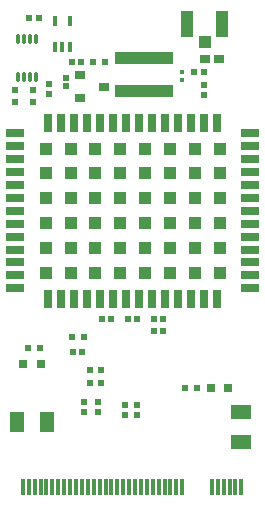
<source format=gtp>
G04*
G04 #@! TF.GenerationSoftware,Altium Limited,Altium Designer,24.4.1 (13)*
G04*
G04 Layer_Color=8421504*
%FSLAX44Y44*%
%MOMM*%
G71*
G04*
G04 #@! TF.SameCoordinates,8810BBE3-700E-470D-A85D-18A7825838DF*
G04*
G04*
G04 #@! TF.FilePolarity,Positive*
G04*
G01*
G75*
%ADD13R,0.5153X0.4725*%
%ADD14R,0.5000X0.6000*%
%ADD15R,0.6000X0.5500*%
%ADD16R,0.6153X0.5725*%
%ADD17R,1.7062X1.1546*%
%ADD18R,1.1000X1.1000*%
%ADD19R,0.8000X1.5000*%
%ADD20R,1.5000X0.8000*%
%ADD21R,0.8000X0.8000*%
%ADD22R,0.9000X0.8000*%
%ADD23R,4.9000X1.1000*%
G04:AMPARAMS|DCode=24|XSize=0.4mm|YSize=0.85mm|CornerRadius=0.05mm|HoleSize=0mm|Usage=FLASHONLY|Rotation=180.000|XOffset=0mm|YOffset=0mm|HoleType=Round|Shape=RoundedRectangle|*
%AMROUNDEDRECTD24*
21,1,0.4000,0.7500,0,0,180.0*
21,1,0.3000,0.8500,0,0,180.0*
1,1,0.1000,-0.1500,0.3750*
1,1,0.1000,0.1500,0.3750*
1,1,0.1000,0.1500,-0.3750*
1,1,0.1000,-0.1500,-0.3750*
%
%ADD24ROUNDEDRECTD24*%
G04:AMPARAMS|DCode=25|XSize=0.3mm|YSize=0.8mm|CornerRadius=0.0495mm|HoleSize=0mm|Usage=FLASHONLY|Rotation=0.000|XOffset=0mm|YOffset=0mm|HoleType=Round|Shape=RoundedRectangle|*
%AMROUNDEDRECTD25*
21,1,0.3000,0.7010,0,0,0.0*
21,1,0.2010,0.8000,0,0,0.0*
1,1,0.0990,0.1005,-0.3505*
1,1,0.0990,-0.1005,-0.3505*
1,1,0.0990,-0.1005,0.3505*
1,1,0.0990,0.1005,0.3505*
%
%ADD25ROUNDEDRECTD25*%
%ADD26R,0.5725X0.6153*%
%ADD27R,1.0500X2.2000*%
%ADD28R,1.0000X1.0500*%
%ADD29R,0.3627X0.4541*%
%ADD30R,0.8500X0.6500*%
%ADD31R,0.6000X0.5000*%
%ADD32R,0.5811X0.4725*%
%ADD33R,0.4725X0.5811*%
%ADD34R,0.5500X0.6000*%
%ADD35R,0.3500X1.4500*%
%ADD36R,1.1546X1.7062*%
D13*
X106214Y155000D02*
D03*
X113786D02*
D03*
X67786Y127000D02*
D03*
X60214D02*
D03*
X135786Y145000D02*
D03*
X128214D02*
D03*
X135786Y155000D02*
D03*
X128214D02*
D03*
X84237Y155226D02*
D03*
X91808D02*
D03*
D14*
X77000Y373250D02*
D03*
X87000D02*
D03*
X165000Y97000D02*
D03*
X155000D02*
D03*
X22000Y131000D02*
D03*
X32000D02*
D03*
X59000Y140000D02*
D03*
X69000D02*
D03*
D15*
X83250Y101000D02*
D03*
X74750D02*
D03*
X83250Y112000D02*
D03*
X74750D02*
D03*
D16*
X162593Y364779D02*
D03*
X171164D02*
D03*
X22714Y410000D02*
D03*
X31286D02*
D03*
D17*
X202000Y51242D02*
D03*
Y76758D02*
D03*
D18*
X184000Y194600D02*
D03*
X163000Y194600D02*
D03*
X142000D02*
D03*
X121000D02*
D03*
X100000D02*
D03*
X79000D02*
D03*
X58000D02*
D03*
X37000D02*
D03*
X184000Y215600D02*
D03*
X163000Y215600D02*
D03*
X142000D02*
D03*
X121000D02*
D03*
X100000D02*
D03*
X79000D02*
D03*
X58000D02*
D03*
X37000D02*
D03*
X184000Y236600D02*
D03*
X163000Y236600D02*
D03*
X142000D02*
D03*
X121000D02*
D03*
X100000D02*
D03*
X79000D02*
D03*
X58000D02*
D03*
X37000D02*
D03*
X184000Y257600D02*
D03*
X163000Y257600D02*
D03*
X142000D02*
D03*
X121000D02*
D03*
X100000D02*
D03*
X79000D02*
D03*
X58000D02*
D03*
X37000D02*
D03*
X184000Y278600D02*
D03*
X163000Y278600D02*
D03*
X142000D02*
D03*
X121000D02*
D03*
X100000D02*
D03*
X79000D02*
D03*
X58000D02*
D03*
X37000D02*
D03*
X184000Y299600D02*
D03*
X163000Y299600D02*
D03*
X142000D02*
D03*
X121000D02*
D03*
X100000D02*
D03*
X79000D02*
D03*
X58000D02*
D03*
X37000D02*
D03*
D19*
X182000Y172600D02*
D03*
X171000D02*
D03*
X160000D02*
D03*
X149000D02*
D03*
X138000D02*
D03*
X127000D02*
D03*
X116000D02*
D03*
X105000D02*
D03*
X94000D02*
D03*
X83000D02*
D03*
X72000D02*
D03*
X61000D02*
D03*
X50000D02*
D03*
X39000D02*
D03*
Y321600D02*
D03*
X50000D02*
D03*
X61000D02*
D03*
X72000D02*
D03*
X83000D02*
D03*
X94000D02*
D03*
X105000D02*
D03*
X116000D02*
D03*
X127000D02*
D03*
X138000D02*
D03*
X149000D02*
D03*
X160000D02*
D03*
X171000D02*
D03*
X182000D02*
D03*
D20*
X11000Y181100D02*
D03*
Y192100D02*
D03*
Y203100D02*
D03*
Y214100D02*
D03*
Y225100D02*
D03*
Y236100D02*
D03*
Y247100D02*
D03*
Y258100D02*
D03*
Y269100D02*
D03*
Y280100D02*
D03*
Y291100D02*
D03*
Y302100D02*
D03*
Y313100D02*
D03*
X210000D02*
D03*
Y258100D02*
D03*
Y269100D02*
D03*
Y302100D02*
D03*
Y291100D02*
D03*
Y280100D02*
D03*
Y247100D02*
D03*
Y236100D02*
D03*
Y225100D02*
D03*
Y214100D02*
D03*
Y203100D02*
D03*
Y192100D02*
D03*
Y181100D02*
D03*
D21*
X191500Y97000D02*
D03*
X176500D02*
D03*
X32878Y117328D02*
D03*
X17879D02*
D03*
D22*
X66000Y361500D02*
D03*
Y342500D02*
D03*
X86000Y352000D02*
D03*
D23*
X120000Y348000D02*
D03*
Y376000D02*
D03*
D24*
X44500Y385480D02*
D03*
X51000D02*
D03*
X57500D02*
D03*
Y407980D02*
D03*
X44500D02*
D03*
D25*
X13500Y360000D02*
D03*
X18500D02*
D03*
X23500D02*
D03*
X28500D02*
D03*
X13500Y392000D02*
D03*
X18500D02*
D03*
X23500D02*
D03*
X28500D02*
D03*
D26*
X171000Y353286D02*
D03*
Y344714D02*
D03*
X40000Y345714D02*
D03*
Y354286D02*
D03*
D27*
X156554Y404624D02*
D03*
X186054D02*
D03*
D28*
X171304Y389374D02*
D03*
D29*
X151962Y357973D02*
D03*
Y364059D02*
D03*
D30*
X171295Y375639D02*
D03*
X183795D02*
D03*
D31*
X11000Y339000D02*
D03*
Y349000D02*
D03*
X26000Y339000D02*
D03*
Y349000D02*
D03*
D32*
X66655Y373238D02*
D03*
X59345D02*
D03*
D33*
X54000Y352345D02*
D03*
Y359655D02*
D03*
D34*
X114000Y73750D02*
D03*
Y82250D02*
D03*
X104000Y73750D02*
D03*
Y82250D02*
D03*
X69000Y85250D02*
D03*
Y76750D02*
D03*
X81000Y85250D02*
D03*
Y76750D02*
D03*
D35*
X17500Y12750D02*
D03*
X22500D02*
D03*
X27500D02*
D03*
X32500D02*
D03*
X37500D02*
D03*
X42500D02*
D03*
X47500D02*
D03*
X52500D02*
D03*
X57500D02*
D03*
X62500D02*
D03*
X67500D02*
D03*
X72500D02*
D03*
X77500D02*
D03*
X82500D02*
D03*
X87500D02*
D03*
X92500D02*
D03*
X97500D02*
D03*
X102500D02*
D03*
X107500D02*
D03*
X112500D02*
D03*
X117500D02*
D03*
X122500D02*
D03*
X127500D02*
D03*
X132500D02*
D03*
X137500D02*
D03*
X142500D02*
D03*
X147500D02*
D03*
X152500D02*
D03*
X187500D02*
D03*
X192500D02*
D03*
X197500D02*
D03*
X202500D02*
D03*
X182500D02*
D03*
X177500D02*
D03*
D36*
X12242Y68000D02*
D03*
X37758D02*
D03*
M02*

</source>
